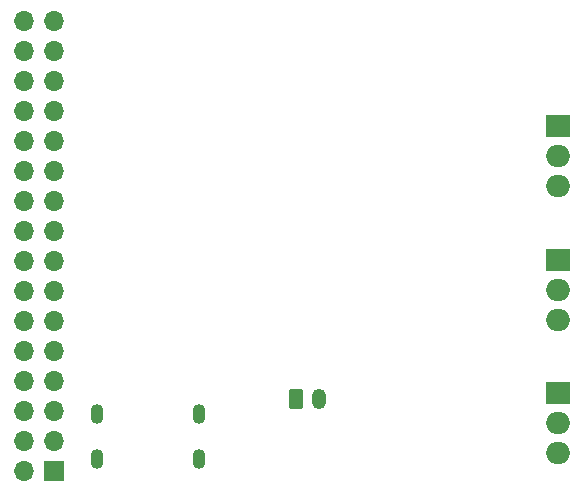
<source format=gbr>
%TF.GenerationSoftware,KiCad,Pcbnew,9.0.0*%
%TF.CreationDate,2025-03-28T16:52:22+02:00*%
%TF.ProjectId,MicroMousePower,4d696372-6f4d-46f7-9573-65506f776572,rev?*%
%TF.SameCoordinates,Original*%
%TF.FileFunction,Soldermask,Bot*%
%TF.FilePolarity,Negative*%
%FSLAX46Y46*%
G04 Gerber Fmt 4.6, Leading zero omitted, Abs format (unit mm)*
G04 Created by KiCad (PCBNEW 9.0.0) date 2025-03-28 16:52:22*
%MOMM*%
%LPD*%
G01*
G04 APERTURE LIST*
G04 Aperture macros list*
%AMRoundRect*
0 Rectangle with rounded corners*
0 $1 Rounding radius*
0 $2 $3 $4 $5 $6 $7 $8 $9 X,Y pos of 4 corners*
0 Add a 4 corners polygon primitive as box body*
4,1,4,$2,$3,$4,$5,$6,$7,$8,$9,$2,$3,0*
0 Add four circle primitives for the rounded corners*
1,1,$1+$1,$2,$3*
1,1,$1+$1,$4,$5*
1,1,$1+$1,$6,$7*
1,1,$1+$1,$8,$9*
0 Add four rect primitives between the rounded corners*
20,1,$1+$1,$2,$3,$4,$5,0*
20,1,$1+$1,$4,$5,$6,$7,0*
20,1,$1+$1,$6,$7,$8,$9,0*
20,1,$1+$1,$8,$9,$2,$3,0*%
G04 Aperture macros list end*
%ADD10R,2.000000X1.905000*%
%ADD11O,2.000000X1.905000*%
%ADD12RoundRect,0.250000X-0.350000X-0.625000X0.350000X-0.625000X0.350000X0.625000X-0.350000X0.625000X0*%
%ADD13O,1.200000X1.750000*%
%ADD14O,1.100000X1.700000*%
%ADD15R,1.700000X1.700000*%
%ADD16O,1.700000X1.700000*%
G04 APERTURE END LIST*
D10*
%TO.C,Q3*%
X195200000Y-91000000D03*
D11*
X195200000Y-93540000D03*
X195200000Y-96080000D03*
%TD*%
D12*
%TO.C,J3*%
X173000000Y-102750000D03*
D13*
X175000000Y-102750000D03*
%TD*%
D10*
%TO.C,Q1*%
X195200000Y-102200000D03*
D11*
X195200000Y-104740000D03*
X195200000Y-107280000D03*
%TD*%
D10*
%TO.C,Q2*%
X195255000Y-79660000D03*
D11*
X195255000Y-82200000D03*
X195255000Y-84740000D03*
%TD*%
D14*
%TO.C,J1*%
X156180000Y-104000000D03*
X156180000Y-107800000D03*
X164820000Y-104000000D03*
X164820000Y-107800000D03*
%TD*%
D15*
%TO.C,J2*%
X152540000Y-108860000D03*
D16*
X150000000Y-108860000D03*
X152540000Y-106320000D03*
X150000000Y-106320000D03*
X152540000Y-103780000D03*
X150000000Y-103780000D03*
X152540000Y-101240000D03*
X150000000Y-101240000D03*
X152540000Y-98700000D03*
X150000000Y-98700000D03*
X152540000Y-96160000D03*
X150000000Y-96160000D03*
X152540000Y-93620000D03*
X150000000Y-93620000D03*
X152540000Y-91080000D03*
X150000000Y-91080000D03*
X152540000Y-88540000D03*
X150000000Y-88540000D03*
X152540000Y-86000000D03*
X150000000Y-86000000D03*
X152540000Y-83460000D03*
X150000000Y-83460000D03*
X152540000Y-80920000D03*
X150000000Y-80920000D03*
X152540000Y-78380000D03*
X150000000Y-78380000D03*
X152540000Y-75840000D03*
X150000000Y-75840000D03*
X152540000Y-73300000D03*
X150000000Y-73300000D03*
X152540000Y-70760000D03*
X150000000Y-70760000D03*
%TD*%
M02*

</source>
